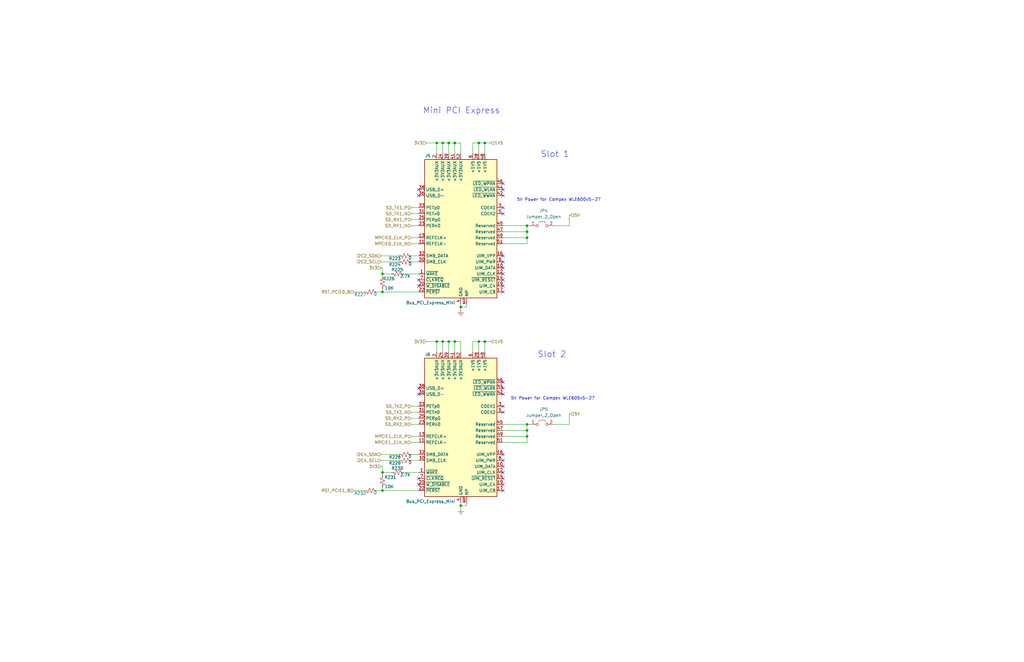
<source format=kicad_sch>
(kicad_sch (version 20200828) (generator eeschema)
  (page 10 12)
  (paper "USLedger")
  (title_block (title "AP2100") (date "2020-10-06") (rev "1") (company "ISis ImageStream Internet Solutions, Inc."))
  (lib_symbols
    (symbol "AP2100-rescue:GND-Scott" (power) (pin_names (offset 0))
      (property "Value" "GND-Scott" (at 0 -3.81 0))
      (symbol "GND-Scott_1_1"
        (polyline (pts (xy -0.635 -1.905) (xy 0.635 -1.905)))
        (polyline (pts (xy -0.127 -2.54) (xy 0.127 -2.54)))
        (polyline (pts (xy 0 -1.27) (xy 0 0)))
        (polyline (pts (xy 1.27 -1.27) (xy -1.27 -1.27)))
        (pin power_in line (at 0 0 270) (length 0) hide (name "GND") (number "1"))
      )
    )
    (symbol "Connector:Bus_PCI_Express_Mini"
      (property "Reference" "J" (at -16.51 31.75 0))
      (property "Value" "Bus_PCI_Express_Mini" (at 22.86 31.75 0))
      (symbol "Bus_PCI_Express_Mini_0_1"
        (rectangle (start -15.24 30.48) (end 15.24 -27.94) (stroke (width 0.254)) (fill (type background)))
      )
      (symbol "Bus_PCI_Express_Mini_1_1"
        (pin open_collector line (at -17.78 -17.78 0) (length 2.54) (name "~WAKE") (number "1"))
        (pin bidirectional line (at 17.78 -15.24 180) (length 2.54) (name "UIM_DATA") (number "10"))
        (pin input line (at -17.78 -5.08 0) (length 2.54) (name "REFCLK-") (number "11"))
        (pin output line (at 17.78 -17.78 180) (length 2.54) (name "UIM_CLK") (number "12"))
        (pin input line (at -17.78 -2.54 0) (length 2.54) (name "REFCLK+") (number "13"))
        (pin output line (at 17.78 -20.32 180) (length 2.54) (name "~UIM_RESET") (number "14"))
        (pin passive line (at 0 -30.48 90) (length 2.54) hide (name "GND") (number "15"))
        (pin power_out line (at 17.78 -10.16 180) (length 2.54) (name "UIM_VPP") (number "16"))
        (pin passive line (at 17.78 -25.4 180) (length 2.54) (name "UIM_C8") (number "17"))
        (pin passive line (at 0 -30.48 90) (length 2.54) hide (name "GND") (number "18"))
        (pin passive line (at 17.78 -22.86 180) (length 2.54) (name "UIM_C4") (number "19"))
        (pin power_in line (at -10.16 33.02 270) (length 2.54) (name "+3V3AUX") (number "2"))
        (pin input line (at -17.78 -22.86 0) (length 2.54) (name "~W_DISABLE") (number "20"))
        (pin passive line (at 0 -30.48 90) (length 2.54) hide (name "GND") (number "21"))
        (pin input line (at -17.78 -25.4 0) (length 2.54) (name "~PERST") (number "22"))
        (pin output line (at -17.78 2.54 0) (length 2.54) (name "PERn0") (number "23"))
        (pin power_in line (at -7.62 33.02 270) (length 2.54) (name "+3V3AUX") (number "24"))
        (pin output line (at -17.78 5.08 0) (length 2.54) (name "PERp0") (number "25"))
        (pin passive line (at 0 -30.48 90) (length 2.54) hide (name "GND") (number "26"))
        (pin passive line (at 0 -30.48 90) (length 2.54) hide (name "GND") (number "27"))
        (pin power_in line (at 7.62 33.02 270) (length 2.54) (name "+1V5") (number "28"))
        (pin passive line (at 0 -30.48 90) (length 2.54) hide (name "GND") (number "29"))
        (pin passive line (at 17.78 10.16 180) (length 2.54) (name "COEX1") (number "3"))
        (pin input line (at -17.78 -12.7 0) (length 2.54) (name "SMB_CLK") (number "30"))
        (pin input line (at -17.78 7.62 0) (length 2.54) (name "PETn0") (number "31"))
        (pin bidirectional line (at -17.78 -10.16 0) (length 2.54) (name "SMB_DATA") (number "32"))
        (pin input line (at -17.78 10.16 0) (length 2.54) (name "PETp0") (number "33"))
        (pin passive line (at 0 -30.48 90) (length 2.54) hide (name "GND") (number "34"))
        (pin passive line (at 0 -30.48 90) (length 2.54) hide (name "GND") (number "35"))
        (pin bidirectional line (at -17.78 15.24 0) (length 2.54) (name "USB_D-") (number "36"))
        (pin passive line (at 0 -30.48 90) (length 2.54) hide (name "GND") (number "37"))
        (pin bidirectional line (at -17.78 17.78 0) (length 2.54) (name "USB_D+") (number "38"))
        (pin power_in line (at -5.08 33.02 270) (length 2.54) (name "+3V3AUX") (number "39"))
        (pin power_in line (at 0 -30.48 90) (length 2.54) (name "GND") (number "4"))
        (pin passive line (at 0 -30.48 90) (length 2.54) hide (name "GND") (number "40"))
        (pin power_in line (at -2.54 33.02 270) (length 2.54) (name "+3V3AUX") (number "41"))
        (pin open_collector line (at 17.78 15.24 180) (length 2.54) (name "~LED_WWAN") (number "42"))
        (pin passive line (at 0 -30.48 90) (length 2.54) hide (name "GND") (number "43"))
        (pin open_collector line (at 17.78 17.78 180) (length 2.54) (name "~LED_WLAN") (number "44"))
        (pin passive line (at 17.78 2.54 180) (length 2.54) (name "Reserved") (number "45"))
        (pin open_collector line (at 17.78 20.32 180) (length 2.54) (name "~LED_WPAN") (number "46"))
        (pin passive line (at 17.78 0 180) (length 2.54) (name "Reserved") (number "47"))
        (pin power_in line (at 10.16 33.02 270) (length 2.54) (name "+1V5") (number "48"))
        (pin passive line (at 17.78 -2.54 180) (length 2.54) (name "Reserved") (number "49"))
        (pin passive line (at 17.78 7.62 180) (length 2.54) (name "COEX2") (number "5"))
        (pin passive line (at 0 -30.48 90) (length 2.54) hide (name "GND") (number "50"))
        (pin passive line (at 17.78 -5.08 180) (length 2.54) (name "Reserved") (number "51"))
        (pin power_in line (at 0 33.02 270) (length 2.54) (name "+3V3AUX") (number "52"))
        (pin power_in line (at 5.08 33.02 270) (length 2.54) (name "+1V5") (number "6"))
        (pin open_collector line (at -17.78 -20.32 0) (length 2.54) (name "~CLKREQ") (number "7"))
        (pin power_out line (at 17.78 -12.7 180) (length 2.54) (name "UIM_PWR") (number "8"))
        (pin passive line (at 0 -30.48 90) (length 2.54) hide (name "GND") (number "9"))
        (pin passive line (at 2.54 -30.48 90) (length 2.54) (name "MP") (number "MP"))
      )
    )
    (symbol "Device:R_Small_US" (pin_numbers hide) (pin_names (offset 0.254) hide)
      (property "Reference" "R" (at 0.762 0.508 0))
      (property "Value" "R_Small_US" (at 0.762 -1.016 0))
      (symbol "R_Small_US_1_1"
        (polyline (pts (xy 0 0) (xy 1.016 -0.381) (xy 0 -0.762) (xy -1.016 -1.143) (xy 0 -1.524)))
        (polyline (pts (xy 0 1.524) (xy 1.016 1.143) (xy 0 0.762) (xy -1.016 0.381) (xy 0 0)))
        (pin passive line (at 0 2.54 270) (length 1.016) (name "~") (number "1"))
        (pin passive line (at 0 -2.54 90) (length 1.016) (name "~") (number "2"))
      )
    )
    (symbol "Jumper:Jumper_2_Open" (pin_names (offset 0) hide)
      (property "Reference" "JP" (at 0 2.794 0))
      (property "Value" "Jumper_2_Open" (at 0 -2.286 0))
      (symbol "Jumper_2_Open_0_1"
        (arc (start -1.524 1.27) (end 1.524 1.27) (radius (at 0 -0.762) (length 2.54) (angles 126.9 53.1)))
      )
      (symbol "Jumper_2_Open_0_0"
        (circle (center -2.032 0) (radius 0.508))
        (circle (center 2.032 0) (radius 0.508))
      )
      (symbol "Jumper_2_Open_1_1"
        (pin passive line (at -5.08 0 0) (length 2.54) (name "A") (number "1"))
        (pin passive line (at 5.08 0 180) (length 2.54) (name "B") (number "2"))
      )
    )
  )
  (junction (at 161.29 115.57) (diameter 0.9144))
  (junction (at 161.29 123.19) (diameter 0.9144))
  (junction (at 161.29 199.39) (diameter 0.9144))
  (junction (at 161.29 207.01) (diameter 0.9144))
  (junction (at 184.15 60.325) (diameter 0.9144))
  (junction (at 184.15 144.145) (diameter 0.9144))
  (junction (at 186.69 60.325) (diameter 0.9144))
  (junction (at 186.69 144.145) (diameter 0.9144))
  (junction (at 189.23 60.325) (diameter 0.9144))
  (junction (at 189.23 144.145) (diameter 0.9144))
  (junction (at 191.77 60.325) (diameter 0.9144))
  (junction (at 191.77 144.145) (diameter 0.9144))
  (junction (at 194.31 129.54) (diameter 0.9144))
  (junction (at 194.31 213.36) (diameter 0.9144))
  (junction (at 201.93 60.325) (diameter 0.9144))
  (junction (at 201.93 144.145) (diameter 0.9144))
  (junction (at 204.47 60.325) (diameter 0.9144))
  (junction (at 204.47 144.145) (diameter 0.9144))
  (junction (at 222.25 95.25) (diameter 0.9144))
  (junction (at 222.25 97.79) (diameter 0.9144))
  (junction (at 222.25 100.33) (diameter 0.9144))
  (junction (at 222.25 179.07) (diameter 0.9144))
  (junction (at 222.25 181.61) (diameter 0.9144))
  (junction (at 222.25 184.15) (diameter 0.9144))
  (no_connect (at 176.53 80.01))
  (no_connect (at 212.09 77.47))
  (no_connect (at 176.53 82.55))
  (no_connect (at 212.09 166.37))
  (no_connect (at 212.09 201.93))
  (no_connect (at 212.09 115.57))
  (no_connect (at 176.53 204.47))
  (no_connect (at 212.09 82.55))
  (no_connect (at 212.09 196.85))
  (no_connect (at 212.09 204.47))
  (no_connect (at 212.09 173.99))
  (no_connect (at 176.53 201.93))
  (no_connect (at 212.09 161.29))
  (no_connect (at 212.09 113.03))
  (no_connect (at 176.53 166.37))
  (no_connect (at 212.09 120.65))
  (no_connect (at 212.09 207.01))
  (no_connect (at 212.09 191.77))
  (no_connect (at 176.53 163.83))
  (no_connect (at 212.09 171.45))
  (no_connect (at 212.09 80.01))
  (no_connect (at 212.09 107.95))
  (no_connect (at 212.09 87.63))
  (no_connect (at 212.09 194.31))
  (no_connect (at 212.09 110.49))
  (no_connect (at 212.09 199.39))
  (no_connect (at 212.09 90.17))
  (no_connect (at 212.09 118.11))
  (no_connect (at 176.53 120.65))
  (no_connect (at 176.53 118.11))
  (no_connect (at 212.09 123.19))
  (no_connect (at 212.09 163.83))
  (wire (pts (xy 149.225 123.19) (xy 153.67 123.19)))
  (wire (pts (xy 149.225 207.01) (xy 153.67 207.01)))
  (wire (pts (xy 158.75 123.19) (xy 161.29 123.19)))
  (wire (pts (xy 158.75 207.01) (xy 161.29 207.01)))
  (wire (pts (xy 160.655 107.95) (xy 168.275 107.95)))
  (wire (pts (xy 160.655 110.49) (xy 168.275 110.49)))
  (wire (pts (xy 160.655 113.03) (xy 161.29 113.03)))
  (wire (pts (xy 160.655 191.77) (xy 168.275 191.77)))
  (wire (pts (xy 160.655 194.31) (xy 168.275 194.31)))
  (wire (pts (xy 160.655 196.85) (xy 161.29 196.85)))
  (wire (pts (xy 161.29 113.03) (xy 161.29 115.57)))
  (wire (pts (xy 161.29 115.57) (xy 161.29 116.84)))
  (wire (pts (xy 161.29 121.92) (xy 161.29 123.19)))
  (wire (pts (xy 161.29 123.19) (xy 176.53 123.19)))
  (wire (pts (xy 161.29 196.85) (xy 161.29 199.39)))
  (wire (pts (xy 161.29 199.39) (xy 161.29 200.66)))
  (wire (pts (xy 161.29 205.74) (xy 161.29 207.01)))
  (wire (pts (xy 161.29 207.01) (xy 176.53 207.01)))
  (wire (pts (xy 165.1 115.57) (xy 161.29 115.57)))
  (wire (pts (xy 165.1 199.39) (xy 161.29 199.39)))
  (wire (pts (xy 170.18 115.57) (xy 176.53 115.57)))
  (wire (pts (xy 170.18 199.39) (xy 176.53 199.39)))
  (wire (pts (xy 173.355 87.63) (xy 176.53 87.63)))
  (wire (pts (xy 173.355 90.17) (xy 176.53 90.17)))
  (wire (pts (xy 173.355 92.71) (xy 176.53 92.71)))
  (wire (pts (xy 173.355 95.25) (xy 176.53 95.25)))
  (wire (pts (xy 173.355 100.33) (xy 176.53 100.33)))
  (wire (pts (xy 173.355 102.87) (xy 176.53 102.87)))
  (wire (pts (xy 173.355 171.45) (xy 176.53 171.45)))
  (wire (pts (xy 173.355 173.99) (xy 176.53 173.99)))
  (wire (pts (xy 173.355 176.53) (xy 176.53 176.53)))
  (wire (pts (xy 173.355 179.07) (xy 176.53 179.07)))
  (wire (pts (xy 173.355 184.15) (xy 176.53 184.15)))
  (wire (pts (xy 173.355 186.69) (xy 176.53 186.69)))
  (wire (pts (xy 176.53 107.95) (xy 173.355 107.95)))
  (wire (pts (xy 176.53 110.49) (xy 173.355 110.49)))
  (wire (pts (xy 176.53 191.77) (xy 173.355 191.77)))
  (wire (pts (xy 176.53 194.31) (xy 173.355 194.31)))
  (wire (pts (xy 179.705 60.325) (xy 184.15 60.325)))
  (wire (pts (xy 179.705 144.145) (xy 184.15 144.145)))
  (wire (pts (xy 184.15 60.325) (xy 184.15 64.77)))
  (wire (pts (xy 184.15 144.145) (xy 184.15 148.59)))
  (wire (pts (xy 186.69 60.325) (xy 184.15 60.325)))
  (wire (pts (xy 186.69 60.325) (xy 189.23 60.325)))
  (wire (pts (xy 186.69 64.77) (xy 186.69 60.325)))
  (wire (pts (xy 186.69 144.145) (xy 184.15 144.145)))
  (wire (pts (xy 186.69 144.145) (xy 189.23 144.145)))
  (wire (pts (xy 186.69 148.59) (xy 186.69 144.145)))
  (wire (pts (xy 189.23 60.325) (xy 189.23 64.77)))
  (wire (pts (xy 189.23 60.325) (xy 191.77 60.325)))
  (wire (pts (xy 189.23 144.145) (xy 189.23 148.59)))
  (wire (pts (xy 189.23 144.145) (xy 191.77 144.145)))
  (wire (pts (xy 191.77 60.325) (xy 191.77 64.77)))
  (wire (pts (xy 191.77 60.325) (xy 194.31 60.325)))
  (wire (pts (xy 191.77 144.145) (xy 191.77 148.59)))
  (wire (pts (xy 191.77 144.145) (xy 194.31 144.145)))
  (wire (pts (xy 194.31 60.325) (xy 194.31 64.77)))
  (wire (pts (xy 194.31 128.27) (xy 194.31 129.54)))
  (wire (pts (xy 194.31 129.54) (xy 194.31 130.81)))
  (wire (pts (xy 194.31 144.145) (xy 194.31 148.59)))
  (wire (pts (xy 194.31 212.09) (xy 194.31 213.36)))
  (wire (pts (xy 194.31 213.36) (xy 194.31 214.63)))
  (wire (pts (xy 196.85 128.27) (xy 196.85 129.54)))
  (wire (pts (xy 196.85 129.54) (xy 194.31 129.54)))
  (wire (pts (xy 196.85 212.09) (xy 196.85 213.36)))
  (wire (pts (xy 196.85 213.36) (xy 194.31 213.36)))
  (wire (pts (xy 199.39 60.325) (xy 201.93 60.325)))
  (wire (pts (xy 199.39 64.77) (xy 199.39 60.325)))
  (wire (pts (xy 199.39 144.145) (xy 201.93 144.145)))
  (wire (pts (xy 199.39 148.59) (xy 199.39 144.145)))
  (wire (pts (xy 201.93 60.325) (xy 204.47 60.325)))
  (wire (pts (xy 201.93 64.77) (xy 201.93 60.325)))
  (wire (pts (xy 201.93 144.145) (xy 204.47 144.145)))
  (wire (pts (xy 201.93 148.59) (xy 201.93 144.145)))
  (wire (pts (xy 204.47 60.325) (xy 204.47 64.77)))
  (wire (pts (xy 204.47 144.145) (xy 204.47 148.59)))
  (wire (pts (xy 207.01 60.325) (xy 204.47 60.325)))
  (wire (pts (xy 207.01 144.145) (xy 204.47 144.145)))
  (wire (pts (xy 212.09 95.25) (xy 222.25 95.25)))
  (wire (pts (xy 212.09 97.79) (xy 222.25 97.79)))
  (wire (pts (xy 212.09 102.87) (xy 222.25 102.87)))
  (wire (pts (xy 212.09 179.07) (xy 222.25 179.07)))
  (wire (pts (xy 212.09 181.61) (xy 222.25 181.61)))
  (wire (pts (xy 212.09 186.69) (xy 222.25 186.69)))
  (wire (pts (xy 222.25 95.25) (xy 223.52 95.25)))
  (wire (pts (xy 222.25 97.79) (xy 222.25 95.25)))
  (wire (pts (xy 222.25 97.79) (xy 222.25 100.33)))
  (wire (pts (xy 222.25 100.33) (xy 212.09 100.33)))
  (wire (pts (xy 222.25 102.87) (xy 222.25 100.33)))
  (wire (pts (xy 222.25 179.07) (xy 223.52 179.07)))
  (wire (pts (xy 222.25 181.61) (xy 222.25 179.07)))
  (wire (pts (xy 222.25 181.61) (xy 222.25 184.15)))
  (wire (pts (xy 222.25 184.15) (xy 212.09 184.15)))
  (wire (pts (xy 222.25 186.69) (xy 222.25 184.15)))
  (wire (pts (xy 233.68 95.25) (xy 240.03 95.25)))
  (wire (pts (xy 233.68 179.07) (xy 240.03 179.07)))
  (wire (pts (xy 240.03 90.805) (xy 240.03 95.25)))
  (wire (pts (xy 240.03 90.805) (xy 240.665 90.805)))
  (wire (pts (xy 240.03 174.625) (xy 240.03 179.07)))
  (wire (pts (xy 240.03 174.625) (xy 240.665 174.625)))
  (text "Mini PCI Express" (at 210.82 48.26 180) (effects (font (size 2.54 2.54)) (justify right bottom)))
  (text "Slot 2" (at 238.76 151.13 180) (effects (font (size 2.54 2.54)) (justify right bottom)))
  (text "Slot 1" (at 240.03 66.675 180) (effects (font (size 2.54 2.54)) (justify right bottom)))
  (text "5V Power for Compex WLE600v5-27" (at 250.825 168.91 180) (effects (font (size 1.27 1.27)) (justify right bottom)))
  (text "5V Power for Compex WLE600v5-27" (at 253.365 85.09 180) (effects (font (size 1.27 1.27)) (justify right bottom)))
  (hierarchical_label "RST_PCIE0_B" (shape input) (at 149.225 123.19 180))
  (hierarchical_label "RST_PCIE1_B" (shape input) (at 149.225 207.01 180))
  (hierarchical_label "I2C2_SDA" (shape input) (at 160.655 107.95 180))
  (hierarchical_label "I2C2_SCL" (shape input) (at 160.655 110.49 180))
  (hierarchical_label "3V3" (shape input) (at 160.655 113.03 180))
  (hierarchical_label "I2C4_SDA" (shape input) (at 160.655 191.77 180))
  (hierarchical_label "I2C4_SCL" (shape input) (at 160.655 194.31 180))
  (hierarchical_label "3V3" (shape input) (at 160.655 196.85 180))
  (hierarchical_label "SD_TX1_P" (shape input) (at 173.355 87.63 180))
  (hierarchical_label "SD_TX1_N" (shape input) (at 173.355 90.17 180))
  (hierarchical_label "SD_RX1_P" (shape input) (at 173.355 92.71 180))
  (hierarchical_label "SD_RX1_N" (shape input) (at 173.355 95.25 180))
  (hierarchical_label "MPCIE0_CLK_P" (shape input) (at 173.355 100.33 180))
  (hierarchical_label "MPCIE0_CLK_N" (shape input) (at 173.355 102.87 180))
  (hierarchical_label "SD_TX2_P" (shape input) (at 173.355 171.45 180))
  (hierarchical_label "SD_TX2_N" (shape input) (at 173.355 173.99 180))
  (hierarchical_label "SD_RX2_P" (shape input) (at 173.355 176.53 180))
  (hierarchical_label "SD_RX2_N" (shape input) (at 173.355 179.07 180))
  (hierarchical_label "MPCIE1_CLK_P" (shape input) (at 173.355 184.15 180))
  (hierarchical_label "MPCIE1_CLK_N" (shape input) (at 173.355 186.69 180))
  (hierarchical_label "3V3" (shape input) (at 179.705 60.325 180))
  (hierarchical_label "3V3" (shape input) (at 179.705 144.145 180))
  (hierarchical_label "1V5" (shape input) (at 207.01 60.325 0))
  (hierarchical_label "1V5" (shape input) (at 207.01 144.145 0))
  (hierarchical_label "5V" (shape input) (at 240.665 90.805 0))
  (hierarchical_label "5V" (shape input) (at 240.665 174.625 0))
  (symbol (lib_id "AP2100-rescue:GND-Scott") (at 194.31 130.81 0) (mirror y) (unit 1)
    (property "Reference" "#PWR0184" (effects hide))
    (property "Value" "GND" (effects hide))
  )
  (symbol (lib_id "AP2100-rescue:GND-Scott") (at 194.31 214.63 0) (mirror y) (unit 1)
    (property "Reference" "#PWR0185" (effects hide))
    (property "Value" "GND" (effects hide))
  )
  (symbol (lib_id "Device:R_Small_US") (at 156.21 123.19 90) (mirror x) (unit 1)
    (property "Reference" "R227" (at 154.432 124.333 90) (effects (justify left)))
    (property "Value" "0" (at 159.004 124.079 90) (effects (justify left)))
    (property "Footprint" "Resistor_SMD:R_0402_1005Metric" (effects hide))
    (property "PartsBoxID" "0402-0-1%" (effects hide))
  )
  (symbol (lib_id "Device:R_Small_US") (at 156.21 207.01 90) (mirror x) (unit 1)
    (property "Reference" "R232" (at 154.432 208.153 90) (effects (justify left)))
    (property "Value" "0" (at 159.004 207.899 90) (effects (justify left)))
    (property "Footprint" "Resistor_SMD:R_0402_1005Metric" (effects hide))
    (property "PartsBoxID" "0402-0-1%" (effects hide))
  )
  (symbol (lib_id "Device:R_Small_US") (at 161.29 119.38 0) (mirror y) (unit 1)
    (property "Reference" "R226" (at 166.497 117.602 0) (effects (justify left)))
    (property "Value" "10K" (at 166.116 121.539 0) (effects (justify left)))
    (property "Footprint" "Resistor_SMD:R_0402_1005Metric" (effects hide))
    (property "PartsBoxID" "0402-10K-1%" (effects hide))
  )
  (symbol (lib_id "Device:R_Small_US") (at 161.29 203.2 0) (mirror y) (unit 1)
    (property "Reference" "R231" (at 167.132 201.422 0) (effects (justify left)))
    (property "Value" "10K" (at 166.116 205.359 0) (effects (justify left)))
    (property "Footprint" "Resistor_SMD:R_0402_1005Metric" (effects hide))
    (property "PartsBoxID" "0402-10K-1%" (effects hide))
  )
  (symbol (lib_id "Device:R_Small_US") (at 167.64 115.57 270) (mirror x) (unit 1)
    (property "Reference" "R225" (at 164.973 113.792 90) (effects (justify left)))
    (property "Value" "2.7K" (at 168.656 116.586 90) (effects (justify left)))
    (property "Footprint" "Resistor_SMD:R_0402_1005Metric" (effects hide))
    (property "PartsBoxID" "0402-2.7K-1%" (effects hide))
  )
  (symbol (lib_id "Device:R_Small_US") (at 167.64 199.39 270) (mirror x) (unit 1)
    (property "Reference" "R230" (at 164.973 197.612 90) (effects (justify left)))
    (property "Value" "2.7K" (at 168.656 200.406 90) (effects (justify left)))
    (property "Footprint" "Resistor_SMD:R_0402_1005Metric" (effects hide))
    (property "PartsBoxID" "0402-2.7K-1%" (effects hide))
  )
  (symbol (lib_id "Device:R_Small_US") (at 170.815 107.95 90) (mirror x) (unit 1)
    (property "Reference" "R223" (at 169.037 109.093 90) (effects (justify left)))
    (property "Value" "0" (at 173.609 108.839 90) (effects (justify left)))
    (property "Footprint" "Resistor_SMD:R_0402_1005Metric" (effects hide))
    (property "PartsBoxID" "0402-0-1%" (effects hide))
  )
  (symbol (lib_id "Device:R_Small_US") (at 170.815 110.49 90) (mirror x) (unit 1)
    (property "Reference" "R224" (at 169.037 111.633 90) (effects (justify left)))
    (property "Value" "0" (at 173.609 111.379 90) (effects (justify left)))
    (property "Footprint" "Resistor_SMD:R_0402_1005Metric" (effects hide))
    (property "PartsBoxID" "0402-0-1%" (effects hide))
  )
  (symbol (lib_id "Device:R_Small_US") (at 170.815 191.77 90) (mirror x) (unit 1)
    (property "Reference" "R228" (at 169.037 192.913 90) (effects (justify left)))
    (property "Value" "0" (at 173.609 192.659 90) (effects (justify left)))
    (property "Footprint" "Resistor_SMD:R_0402_1005Metric" (effects hide))
    (property "PartsBoxID" "0402-0-1%" (effects hide))
  )
  (symbol (lib_id "Device:R_Small_US") (at 170.815 194.31 90) (mirror x) (unit 1)
    (property "Reference" "R229" (at 169.037 195.453 90) (effects (justify left)))
    (property "Value" "0" (at 173.609 195.199 90) (effects (justify left)))
    (property "Footprint" "Resistor_SMD:R_0402_1005Metric" (effects hide))
    (property "PartsBoxID" "0402-0-1%" (effects hide))
  )
  (symbol (lib_id "Jumper:Jumper_2_Open") (at 228.6 95.25 0) (unit 1)
    (property "Reference" "JP4" (at 229.235 88.9 0))
    (property "Value" "Jumper_2_Open" (at 229.235 91.44 0))
    (property "Footprint" "Connector_PinHeader_2.54mm:PinHeader_1x02_P2.54mm_Vertical" (effects hide))
  )
  (symbol (lib_id "Jumper:Jumper_2_Open") (at 228.6 179.07 0) (unit 1)
    (property "Reference" "JP5" (at 229.235 172.72 0))
    (property "Value" "Jumper_2_Open" (at 229.235 175.26 0))
    (property "Footprint" "Connector_PinHeader_2.54mm:PinHeader_1x02_P2.54mm_Vertical" (effects hide))
  )
  (symbol (lib_id "Connector:Bus_PCI_Express_Mini") (at 194.31 97.79 0) (unit 1)
    (property "Reference" "J5" (at 180.34 65.7606 0))
    (property "Value" "Bus_PCI_Express_Mini" (at 181.61 127.762 0))
    (property "Footprint" "Connector_PCBEdge:BUS_PCI_Express_Mini_Full" (effects hide))
    (property "MFR" "-" (effects hide))
    (property "MPN" "-" (effects hide))
    (property "SPR" "-" (effects hide))
    (property "SPN" "-" (effects hide))
    (property "SPURL" "-" (effects hide))
  )
  (symbol (lib_id "Connector:Bus_PCI_Express_Mini") (at 194.31 181.61 0) (unit 1)
    (property "Reference" "J6" (at 180.34 149.5806 0))
    (property "Value" "Bus_PCI_Express_Mini" (at 181.61 211.582 0))
    (property "Footprint" "Connector_PCBEdge:BUS_PCI_Express_Mini_Full" (effects hide))
    (property "MFR" "-" (effects hide))
    (property "MPN" "-" (effects hide))
    (property "SPR" "-" (effects hide))
    (property "SPN" "-" (effects hide))
    (property "SPURL" "-" (effects hide))
  )
)
</source>
